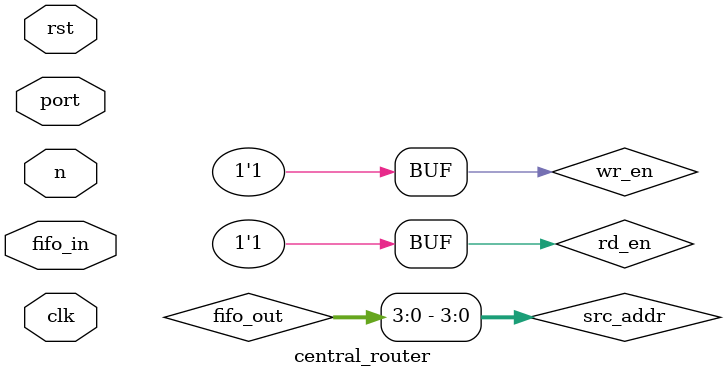
<source format=v>
`timescale 1ns / 1ps


module central_router(
    port,
    n,
    fifo_in,
    clk,
    rst
    );
    
    input wire [1:0] port;
    input wire [3:0] n;
    input wire [63:0] fifo_in;
    input wire clk;
    input wire rst;
    
    reg rd_en = 1;
    reg wr_en = 1;
    wire [63:0] fifo_out;
    wire empty;
    wire full;
    wire [3:0] fifo_counter;
    
    fifo1 buffer(rst, clk, rd_en, wr_en, fifo_in,
            fifo_out, empty, full, fifo_counter // Able to count more than depth
        );
    
    reg [3:0] src_addr;
    reg [3:0] dest_addr;
    
    always @(fifo_out) begin
        src_addr <= fifo_out[3:0];
        dest_addr <= fifo_out[7:4];
        $display("SRC AND DEST CHANGED.");
    end
    
    always @(negedge clk) begin
        $display("Central SRC:%b DEST:%b PORT:%b",src_addr,dest_addr,port);
    end
    
    //Call routing logic
    routelogic_center center();
    
endmodule

</source>
